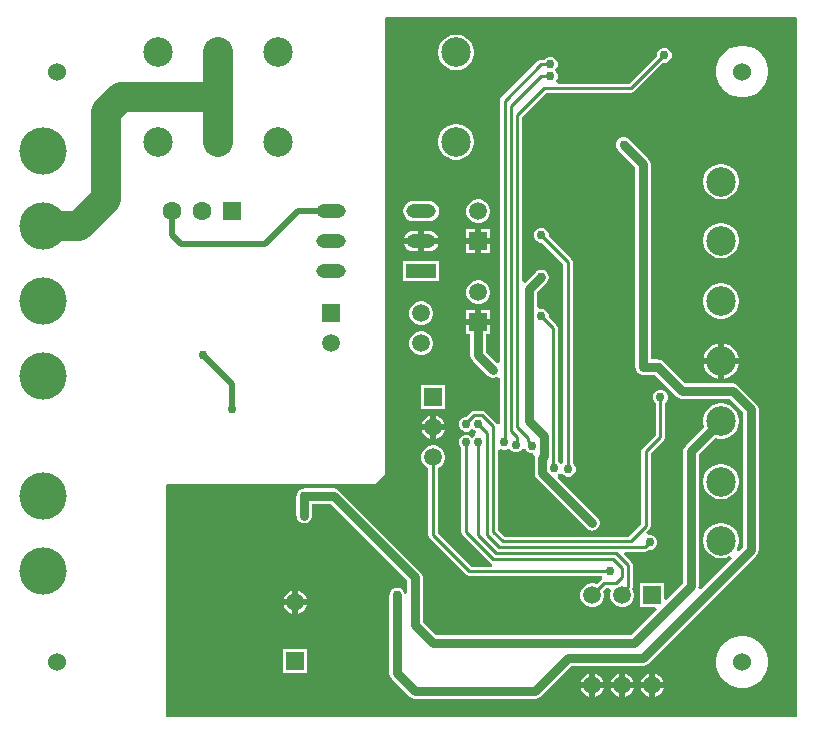
<source format=gbl>
%FSDAX24Y24*%
%MOIN*%
%SFA1B1*%

%IPPOS*%
%ADD14C,0.010000*%
%ADD75C,0.030000*%
%ADD76C,0.020000*%
%ADD78C,0.040000*%
%ADD80C,0.100000*%
%ADD84C,0.098400*%
%ADD85C,0.059100*%
%ADD86R,0.059100X0.059100*%
%ADD87O,0.098400X0.047200*%
%ADD88R,0.098400X0.047200*%
%ADD89R,0.059100X0.059100*%
%ADD90C,0.063000*%
%ADD91R,0.063000X0.063000*%
%ADD92C,0.059100*%
%ADD93C,0.157500*%
%ADD94C,0.060000*%
%ADD95C,0.030000*%
%ADD100C,0.005000*%
%ADD101C,0.080000*%
%ADD102C,0.160000*%
%ADD103C,0.320000*%
%LNde-260924-1*%
%LPD*%
G54D100*
X040767Y019076D02*
X019798D01*
Y026773*
X026783*
X027098Y027087*
Y042342*
X040767*
Y019076*
G54D14*
X040717Y019126D02*
X019848D01*
Y026723*
X026804*
X027148Y027066*
Y042292*
X040717*
Y019126*
G54D76*
X040617Y019226D02*
X019948D01*
Y026623*
X026845*
X027248Y027025*
Y042192*
X040617*
Y019226*
G54D78*
X040417Y019426D02*
X020148D01*
Y026423*
X026928*
X027448Y026942*
Y041992*
X040417*
Y019426*
G54D101*
X040017Y019826D02*
X020548D01*
Y026023*
X027093*
X027848Y026776*
Y041592*
X040017*
Y019826*
G54D102*
X039217Y020626D02*
X021348D01*
Y025223*
X027425*
X028648Y026445*
Y040792*
X039217*
Y020626*
G54D103*
X037617Y022226D02*
X022948D01*
Y023623*
X028087*
X030248Y025782*
Y039192*
X037617*
Y022226*
X024550Y022240D02*
Y023030D01*
X027750Y022240D02*
Y023030D01*
X030950Y022240D02*
Y039190D01*
X034150Y022240D02*
Y039190D01*
X037350Y022240D02*
Y039190D01*
%LNde-260924-2*%
%LPC*%
G36*
X029500Y041778D02*
X029383D01*
X029269Y041755*
X029161Y041711*
X029064Y041646*
X028982Y041563*
X028917Y041466*
X028872Y041359*
X028850Y041244*
Y041128*
X028872Y041013*
X028917Y040905*
X028982Y040808*
X029064Y040726*
X029161Y040661*
X029269Y040616*
X029383Y040594*
X029500*
X029614Y040616*
X029722Y040661*
X029819Y040726*
X029902Y040808*
X029966Y040905*
X030011Y041013*
X030034Y041128*
Y041244*
X030011Y041359*
X029966Y041466*
X029902Y041563*
X029819Y041646*
X029722Y041711*
X029614Y041755*
X029500Y041778*
G37*
G36*
X036423Y041348D02*
X036323D01*
X036232Y041310*
X036161Y041239*
X036123Y041147*
Y041064*
X035210Y040151*
X032821*
X032780Y040251*
X032785Y040256*
X032823Y040348*
Y040447*
X032785Y040539*
X032727Y040598*
X032785Y040656*
X032823Y040748*
Y040847*
X032785Y040939*
X032715Y041010*
X032623Y041048*
X032524*
X032432Y041010*
X032373Y040951*
X032273*
X032215Y040939*
X032165Y040906*
X030948Y039688*
X030914Y039639*
X030903Y039580*
Y030870*
X030803Y030829*
X030428Y031203*
Y031802*
X030568*
Y032098*
X030173*
X029778*
Y031802*
X029918*
Y031098*
X029938Y031000*
X029993Y030917*
X030493Y030417*
X030576Y030362*
X030673Y030343*
X030771Y030362*
X030803Y030384*
X030903Y030330*
Y028815*
X030886Y028808*
X030803Y028798*
X030781Y028830*
X030406Y029206*
X030356Y029239*
X030297Y029251*
X030049*
X029990Y029239*
X029941Y029206*
X029783Y029048*
X029723*
X029632Y029010*
X029561Y028939*
X029523Y028847*
Y028748*
X029561Y028656*
X029632Y028586*
X029723Y028548*
X029823*
X029915Y028586*
X029973Y028644*
X030032Y028586*
X030102Y028556*
X030113Y028543*
X030114Y028535*
X030077Y028428*
X030032Y028410*
X029973Y028351*
X029915Y028410*
X029823Y028448*
X029723*
X029632Y028410*
X029561Y028339*
X029523Y028247*
Y028148*
X029561Y028056*
X029620Y027997*
Y025198*
X029632Y025139*
X029665Y025089*
X030565Y024189*
X030615Y024156*
X030644Y024151*
X030634Y024051*
X029937*
X028826Y025161*
Y027330*
X028916Y027381*
X028990Y027455*
X029042Y027545*
X029069Y027646*
Y027750*
X029042Y027850*
X028990Y027940*
X028916Y028014*
X028826Y028066*
X028725Y028093*
X028621*
X028521Y028066*
X028431Y028014*
X028357Y027940*
X028305Y027850*
X028278Y027750*
Y027646*
X028305Y027545*
X028357Y027455*
X028431Y027381*
X028520Y027330*
Y025098*
X028532Y025039*
X028565Y024989*
X029765Y023789*
X029815Y023756*
X029873Y023745*
X034290*
X034294Y023736*
X034315Y023639*
X034265Y023606*
X034125Y023466*
X034025Y023493*
X033921*
X033821Y023466*
X033731Y023414*
X033657Y023340*
X033605Y023250*
X033578Y023150*
Y023046*
X033605Y022945*
X033657Y022855*
X033731Y022781*
X033821Y022729*
X033921Y022702*
X034025*
X034126Y022729*
X034216Y022781*
X034290Y022855*
X034342Y022945*
X034369Y023046*
Y023150*
X034342Y023250*
X034437Y023345*
X034544*
X034604Y023251*
X034603Y023245*
X034578Y023150*
Y023046*
X034605Y022945*
X034657Y022855*
X034731Y022781*
X034821Y022729*
X034921Y022702*
X035025*
X035126Y022729*
X035216Y022781*
X035290Y022855*
X035342Y022945*
X035368Y023046*
Y023150*
X035342Y023250*
X035307Y023310*
X035315Y023321*
X035326Y023380*
Y024098*
X035315Y024156*
X035281Y024206*
X035035Y024452*
X035073Y024545*
X035735*
X035793Y024556*
X035843Y024589*
X035866Y024613*
X035949*
X036041Y024651*
X036112Y024721*
X036150Y024813*
Y024912*
X036112Y025004*
X036041Y025075*
X035949Y025113*
X035850*
X035843Y025110*
X035786Y025195*
X035881Y025289*
X035915Y025339*
X035926Y025398*
Y027834*
X036361Y028269*
X036394Y028319*
X036406Y028377*
Y029498*
X036465Y029557*
X036503Y029648*
Y029748*
X036465Y029840*
X036395Y029910*
X036303Y029948*
X036203*
X036111Y029910*
X036041Y029840*
X036003Y029748*
Y029648*
X036041Y029557*
X036100Y029498*
Y028441*
X035665Y028006*
X035632Y027956*
X035620Y027898*
Y025461*
X035210Y025051*
X031053*
X030826Y025277*
Y027925*
X030854Y027947*
X030926Y027979*
X030995Y027951*
X031095*
X031187Y027989*
X031209Y027984*
X031218Y027962*
X031288Y027892*
X031380Y027854*
X031480*
X031572Y027892*
X031642Y027962*
X031648Y027977*
X031756*
X031774Y027935*
X031844Y027865*
X031936Y027826*
X031995*
X032017Y027809*
X032063Y027749*
X032068Y027734*
X032055Y027667*
Y027168*
X032074Y027071*
X032129Y026988*
X033793Y025325*
X033814Y025311*
X033832Y025293*
X033855Y025283*
X033876Y025269*
X033900Y025264*
X033923Y025255*
X033949*
X033973Y025250*
X033998Y025255*
X034023*
X034046Y025264*
X034071Y025269*
X034092Y025283*
X034115Y025293*
X034133Y025311*
X034153Y025325*
X034167Y025345*
X034185Y025363*
X034195Y025386*
X034209Y025407*
X034214Y025432*
X034223Y025455*
Y025480*
X034228Y025505*
X034223Y025529*
Y025555*
X034214Y025578*
X034209Y025602*
X034195Y025623*
X034185Y025646*
X034167Y025664*
X034153Y025685*
X032832Y027006*
X032851Y027122*
X032862Y027133*
X032960Y027156*
X032989Y027129*
X033032Y027086*
X033124Y027048*
X033223*
X033315Y027086*
X033385Y027156*
X033423Y027248*
Y027347*
X033385Y027439*
X033326Y027498*
Y034198*
X033315Y034256*
X033281Y034306*
X032521Y035066*
Y035147*
X032483Y035239*
X032413Y035310*
X032321Y035348*
X032222*
X032130Y035310*
X032059Y035239*
X032021Y035147*
Y035048*
X032059Y034956*
X032130Y034886*
X032222Y034848*
X032307*
X033020Y034134*
Y027498*
X032923Y027476*
X032894Y027503*
X032851Y027546*
X032826Y027556*
Y031998*
X032815Y032056*
X032781Y032106*
X032523Y032364*
Y032447*
X032485Y032539*
X032415Y032610*
X032323Y032648*
X032223*
X032128Y032716*
Y033192*
X032453Y033517*
X032467Y033538*
X032485Y033556*
X032495Y033579*
X032509Y033600*
X032514Y033625*
X032523Y033648*
Y033673*
X032528Y033698*
X032523Y033722*
Y033747*
X032514Y033771*
X032509Y033795*
X032495Y033816*
X032485Y033839*
X032467Y033857*
X032453Y033878*
X032433Y033892*
X032415Y033910*
X032392Y033919*
X032371Y033933*
X032346Y033938*
X032323Y033948*
X032298*
X032273Y033953*
X032249Y033948*
X032223*
X032200Y033938*
X032176Y033933*
X032155Y033919*
X032132Y033910*
X032114Y033892*
X032093Y033878*
X031726Y033511*
X031626Y033552*
Y039034*
X032437Y039845*
X035273*
X035332Y039856*
X035381Y039889*
X036340Y040848*
X036423*
X036515Y040886*
X036585Y040956*
X036623Y041048*
Y041147*
X036585Y041239*
X036515Y041310*
X036423Y041348*
G37*
G36*
X039062Y041417D02*
X038891D01*
X038724Y041384*
X038566Y041319*
X038424Y041224*
X038304Y041103*
X038209Y040961*
X038144Y040804*
X038110Y040636*
Y040466*
X038144Y040299*
X038209Y040141*
X038304Y039999*
X038424Y039878*
X038566Y039784*
X038724Y039718*
X038891Y039685*
X039062*
X039229Y039718*
X039387Y039784*
X039529Y039878*
X039649Y039999*
X039744Y040141*
X039809Y040299*
X039843Y040466*
Y040636*
X039809Y040804*
X039744Y040961*
X039649Y041103*
X039529Y041224*
X039387Y041319*
X039229Y041384*
X039062Y041417*
G37*
G36*
X029500Y038802D02*
X029383D01*
X029269Y038779*
X029161Y038734*
X029064Y038669*
X028982Y038587*
X028917Y038490*
X028872Y038382*
X028850Y038268*
Y038151*
X028872Y038037*
X028917Y037929*
X028982Y037832*
X029064Y037750*
X029161Y037685*
X029269Y037640*
X029383Y037617*
X029500*
X029614Y037640*
X029722Y037685*
X029819Y037750*
X029902Y037832*
X029966Y037929*
X030011Y038037*
X030034Y038151*
Y038268*
X030011Y038382*
X029966Y038490*
X029902Y038587*
X029819Y038669*
X029722Y038734*
X029614Y038779*
X029500Y038802*
G37*
G36*
X038332Y037474D02*
X038215D01*
X038101Y037451*
X037993Y037407*
X037896Y037342*
X037813Y037259*
X037748Y037162*
X037704Y037055*
X037681Y036940*
Y036824*
X037704Y036709*
X037748Y036601*
X037813Y036504*
X037896Y036422*
X037993Y036357*
X038101Y036313*
X038215Y036290*
X038332*
X038446Y036313*
X038554Y036357*
X038651Y036422*
X038733Y036504*
X038798Y036601*
X038843Y036709*
X038865Y036824*
Y036940*
X038843Y037055*
X038798Y037162*
X038733Y037259*
X038651Y037342*
X038554Y037407*
X038446Y037451*
X038332Y037474*
G37*
G36*
X028529Y036237D02*
X028017D01*
X027930Y036225*
X027848Y036191*
X027778Y036137*
X027724Y036067*
X027690Y035985*
X027678Y035898*
X027690Y035810*
X027724Y035728*
X027778Y035658*
X027848Y035604*
X027930Y035570*
X028017Y035559*
X028529*
X028617Y035570*
X028699Y035604*
X028769Y035658*
X028823Y035728*
X028857Y035810*
X028868Y035898*
X028857Y035985*
X028823Y036067*
X028769Y036137*
X028699Y036191*
X028617Y036225*
X028529Y036237*
G37*
G36*
X030225Y036293D02*
X030121D01*
X030021Y036266*
X029931Y036214*
X029857Y036140*
X029805Y036050*
X029778Y035950*
Y035846*
X029805Y035745*
X029857Y035655*
X029931Y035581*
X030021Y035529*
X030121Y035502*
X030225*
X030326Y035529*
X030416Y035581*
X030490Y035655*
X030542Y035745*
X030568Y035846*
Y035950*
X030542Y036050*
X030490Y036140*
X030416Y036214*
X030326Y036266*
X030225Y036293*
G37*
G36*
X028529Y035237D02*
X028373D01*
Y034998*
X028852*
X028823Y035067*
X028769Y035137*
X028699Y035191*
X028617Y035225*
X028529Y035237*
G37*
G36*
X028173D02*
X028017D01*
X027930Y035225*
X027848Y035191*
X027778Y035137*
X027724Y035067*
X027695Y034998*
X028173*
Y035237*
G37*
G36*
X030568Y035293D02*
X030273D01*
Y034998*
X030568*
Y035293*
G37*
G36*
X030073D02*
X029778D01*
Y034998*
X030073*
Y035293*
G37*
G36*
X028852Y034798D02*
X028373D01*
Y034559*
X028529*
X028617Y034570*
X028699Y034604*
X028769Y034658*
X028823Y034728*
X028852Y034798*
G37*
G36*
X028173D02*
X027695D01*
X027724Y034728*
X027778Y034658*
X027848Y034604*
X027930Y034570*
X028017Y034559*
X028173*
Y034798*
G37*
G36*
X030568D02*
X030273D01*
Y034502*
X030568*
Y034798*
G37*
G36*
X030073D02*
X029778D01*
Y034502*
X030073*
Y034798*
G37*
G36*
X038332Y035506D02*
X038215D01*
X038101Y035483*
X037993Y035438*
X037896Y035373*
X037813Y035291*
X037748Y035194*
X037704Y035086*
X037681Y034972*
Y034855*
X037704Y034741*
X037748Y034633*
X037813Y034536*
X037896Y034453*
X037993Y034389*
X038101Y034344*
X038215Y034321*
X038332*
X038446Y034344*
X038554Y034389*
X038651Y034453*
X038733Y034536*
X038798Y034633*
X038843Y034741*
X038865Y034855*
Y034972*
X038843Y035086*
X038798Y035194*
X038733Y035291*
X038651Y035373*
X038554Y035438*
X038446Y035483*
X038332Y035506*
G37*
G36*
X028865Y034234D02*
X027681D01*
Y033561*
X028865*
Y034234*
G37*
G36*
X030225Y033593D02*
X030121D01*
X030021Y033566*
X029931Y033514*
X029857Y033440*
X029805Y033350*
X029778Y033250*
Y033146*
X029805Y033045*
X029857Y032955*
X029931Y032881*
X030021Y032829*
X030121Y032802*
X030225*
X030326Y032829*
X030416Y032881*
X030490Y032955*
X030542Y033045*
X030568Y033146*
Y033250*
X030542Y033350*
X030490Y033440*
X030416Y033514*
X030326Y033566*
X030225Y033593*
G37*
G36*
X038332Y033490D02*
X038215D01*
X038101Y033467*
X037993Y033422*
X037896Y033358*
X037813Y033275*
X037748Y033178*
X037704Y033070*
X037681Y032956*
Y032839*
X037704Y032725*
X037748Y032617*
X037813Y032520*
X037896Y032438*
X037993Y032373*
X038101Y032328*
X038215Y032306*
X038332*
X038446Y032328*
X038554Y032373*
X038651Y032438*
X038733Y032520*
X038798Y032617*
X038843Y032725*
X038865Y032839*
Y032956*
X038843Y033070*
X038798Y033178*
X038733Y033275*
X038651Y033358*
X038554Y033422*
X038446Y033467*
X038332Y033490*
G37*
G36*
X030568Y032593D02*
X030273D01*
Y032298*
X030568*
Y032593*
G37*
G36*
X030073D02*
X029778D01*
Y032298*
X030073*
Y032593*
G37*
G36*
X028325Y032893D02*
X028221D01*
X028121Y032866*
X028031Y032814*
X027957Y032740*
X027905Y032650*
X027878Y032550*
Y032446*
X027905Y032345*
X027957Y032255*
X028031Y032181*
X028121Y032129*
X028221Y032102*
X028325*
X028426Y032129*
X028516Y032181*
X028590Y032255*
X028642Y032345*
X028668Y032446*
Y032550*
X028642Y032650*
X028590Y032740*
X028516Y032814*
X028426Y032866*
X028325Y032893*
G37*
G36*
Y031893D02*
X028221D01*
X028121Y031866*
X028031Y031814*
X027957Y031740*
X027905Y031650*
X027878Y031550*
Y031446*
X027905Y031345*
X027957Y031255*
X028031Y031181*
X028121Y031129*
X028221Y031102*
X028325*
X028426Y031129*
X028516Y031181*
X028590Y031255*
X028642Y031345*
X028668Y031446*
Y031550*
X028642Y031650*
X028590Y031740*
X028516Y031814*
X028426Y031866*
X028325Y031893*
G37*
G36*
X038373Y031481D02*
Y030998D01*
X038857*
X038843Y031070*
X038798Y031178*
X038733Y031275*
X038651Y031358*
X038554Y031422*
X038446Y031467*
X038373Y031481*
G37*
G36*
X038173D02*
X038101Y031467D01*
X037993Y031422*
X037896Y031358*
X037813Y031275*
X037748Y031178*
X037704Y031070*
X037689Y030998*
X038173*
Y031481*
G37*
G36*
X038857Y030798D02*
X038373D01*
Y030314*
X038446Y030328*
X038554Y030373*
X038651Y030438*
X038733Y030520*
X038798Y030617*
X038843Y030725*
X038857Y030798*
G37*
G36*
X038173D02*
X037689D01*
X037704Y030725*
X037748Y030617*
X037813Y030520*
X037896Y030438*
X037993Y030373*
X038101Y030328*
X038173Y030314*
Y030798*
G37*
G36*
X029069Y030093D02*
X028278D01*
Y029302*
X029069*
Y030093*
G37*
G36*
X028773Y029080D02*
Y028798D01*
X029056*
X029042Y028850*
X028990Y028940*
X028916Y029014*
X028826Y029066*
X028773Y029080*
G37*
G36*
X028573D02*
X028521Y029066D01*
X028431Y029014*
X028357Y028940*
X028305Y028850*
X028291Y028798*
X028573*
Y029080*
G37*
G36*
X029056Y028598D02*
X028773D01*
Y028315*
X028826Y028329*
X028916Y028381*
X028990Y028455*
X029042Y028545*
X029056Y028598*
G37*
G36*
X028573D02*
X028291D01*
X028305Y028545*
X028357Y028455*
X028431Y028381*
X028521Y028329*
X028573Y028315*
Y028598*
G37*
G36*
X035023Y038369D02*
X034998Y038364D01*
X034973*
X034950Y038354*
X034926Y038349*
X034905Y038335*
X034881Y038326*
X034864Y038308*
X034843Y038294*
X034829Y038273*
X034811Y038255*
X034802Y038232*
X034788Y038211*
X034783Y038187*
X034773Y038164*
Y038138*
X034768Y038114*
X034773Y038089*
Y038064*
X034783Y038041*
X034788Y038016*
X034802Y037995*
X034811Y037972*
X034829Y037954*
X034843Y037934*
X035418Y037358*
Y030698*
X035423Y030673*
Y030648*
X035433Y030625*
X035438Y030600*
X035452Y030579*
X035461Y030556*
X035479Y030538*
X035493Y030517*
X035514Y030503*
X035532Y030486*
X035555Y030476*
X035576Y030462*
X035600Y030457*
X035624Y030448*
X035649*
X035673Y030443*
X036068*
X036793Y029717*
X036876Y029662*
X036973Y029643*
X038568*
X039018Y029192*
Y024703*
X038858Y024543*
X038781Y024607*
X038798Y024633*
X038843Y024741*
X038865Y024855*
Y024972*
X038843Y025086*
X038798Y025194*
X038733Y025291*
X038651Y025373*
X038554Y025438*
X038446Y025483*
X038332Y025506*
X038215*
X038101Y025483*
X037993Y025438*
X037896Y025373*
X037813Y025291*
X037748Y025194*
X037704Y025086*
X037681Y024972*
Y024855*
X037704Y024741*
X037748Y024633*
X037813Y024536*
X037896Y024453*
X037993Y024389*
X038101Y024344*
X038215Y024321*
X038332*
X038446Y024344*
X038554Y024389*
X038580Y024406*
X038643Y024328*
X037610Y023294*
X037517Y023344*
X037528Y023398*
Y027792*
X038075Y028339*
X038101Y028328*
X038215Y028306*
X038332*
X038446Y028328*
X038554Y028373*
X038651Y028438*
X038733Y028520*
X038798Y028617*
X038843Y028725*
X038865Y028839*
Y028956*
X038843Y029070*
X038798Y029178*
X038733Y029275*
X038651Y029358*
X038554Y029422*
X038446Y029467*
X038332Y029490*
X038215*
X038101Y029467*
X037993Y029422*
X037896Y029358*
X037813Y029275*
X037748Y029178*
X037704Y029070*
X037681Y028956*
Y028839*
X037704Y028725*
X037714Y028699*
X037093Y028078*
X037038Y027995*
X037018Y027898*
Y023503*
X036461Y022946*
X036369Y022984*
Y023493*
X035578*
Y022702*
X036087*
X036125Y022610*
X035268Y021753*
X028779*
X028328Y022203*
Y023698*
X028309Y023795*
X028253Y023878*
X025553Y026578*
X025471Y026633*
X025373Y026653*
X024373*
X024349Y026648*
X024323*
X024300Y026638*
X024276Y026633*
X024255Y026619*
X024232Y026610*
X024214Y026592*
X024193Y026578*
X024179Y026557*
X024161Y026539*
X024152Y026516*
X024138Y026495*
X024133Y026471*
X024123Y026447*
Y026422*
X024118Y026398*
Y025748*
X024123Y025723*
Y025698*
X024133Y025675*
X024138Y025650*
X024152Y025629*
X024161Y025606*
X024179Y025588*
X024193Y025567*
X024214Y025553*
X024232Y025536*
X024255Y025526*
X024276Y025512*
X024300Y025507*
X024323Y025498*
X024349*
X024373Y025493*
X024398Y025498*
X024423*
X024446Y025507*
X024471Y025512*
X024492Y025526*
X024515Y025536*
X024533Y025553*
X024553Y025567*
X024567Y025588*
X024585Y025606*
X024595Y025629*
X024609Y025650*
X024614Y025675*
X024623Y025698*
Y025723*
X024628Y025748*
Y026143*
X025268*
X027818Y023592*
Y023159*
X027723Y023147*
X027714Y023171*
X027709Y023195*
X027695Y023216*
X027685Y023239*
X027667Y023257*
X027653Y023278*
X027633Y023292*
X027615Y023310*
X027592Y023319*
X027571Y023333*
X027546Y023338*
X027523Y023348*
X027498*
X027473Y023353*
X027449Y023348*
X027424*
X027400Y023338*
X027376Y023333*
X027355Y023319*
X027332Y023310*
X027314Y023292*
X027293Y023278*
X027279Y023257*
X027261Y023239*
X027252Y023216*
X027238Y023195*
X027233Y023171*
X027223Y023147*
Y023122*
X027218Y023098*
Y020498*
X027238Y020400*
X027293Y020317*
X027893Y019717*
X027976Y019662*
X028073Y019643*
X032073*
X032098Y019648*
X032123*
X032146Y019657*
X032171Y019662*
X032192Y019676*
X032215Y019686*
X032233Y019703*
X032253Y019717*
X033279Y020743*
X035673*
X035771Y020762*
X035853Y020817*
X039453Y024417*
X039509Y024500*
X039528Y024598*
Y029298*
X039509Y029395*
X039453Y029478*
X038853Y030078*
X038771Y030133*
X038673Y030153*
X037079*
X036353Y030878*
X036333Y030892*
X036315Y030910*
X036292Y030919*
X036271Y030933*
X036246Y030938*
X036223Y030948*
X036198*
X036173Y030953*
X035928*
Y037464*
X035909Y037561*
X035853Y037644*
X035203Y038294*
X035182Y038308*
X035165Y038326*
X035142Y038335*
X035121Y038349*
X035096Y038354*
X035073Y038364*
X035048*
X035023Y038369*
G37*
G36*
X038332Y027474D02*
X038215D01*
X038101Y027451*
X037993Y027407*
X037896Y027342*
X037813Y027259*
X037748Y027162*
X037704Y027055*
X037681Y026940*
Y026824*
X037704Y026709*
X037748Y026601*
X037813Y026504*
X037896Y026422*
X037993Y026357*
X038101Y026313*
X038215Y026290*
X038332*
X038446Y026313*
X038554Y026357*
X038651Y026422*
X038733Y026504*
X038798Y026601*
X038843Y026709*
X038865Y026824*
Y026940*
X038843Y027055*
X038798Y027162*
X038733Y027259*
X038651Y027342*
X038554Y027407*
X038446Y027451*
X038332Y027474*
G37*
G36*
X024173Y023249D02*
Y022966D01*
X024456*
X024442Y023019*
X024390Y023109*
X024316Y023182*
X024226Y023234*
X024173Y023249*
G37*
G36*
X023973D02*
X023921Y023234D01*
X023831Y023182*
X023757Y023109*
X023705Y023019*
X023691Y022966*
X023973*
Y023249*
G37*
G36*
X024456Y022766D02*
X024173D01*
Y022484*
X024226Y022498*
X024316Y022550*
X024390Y022623*
X024442Y022714*
X024456Y022766*
G37*
G36*
X023973D02*
X023691D01*
X023705Y022714*
X023757Y022623*
X023831Y022550*
X023921Y022498*
X023973Y022484*
Y022766*
G37*
G36*
X024469Y021293D02*
X023678D01*
Y020502*
X024469*
Y021293*
G37*
G36*
X036073Y020480D02*
Y020198D01*
X036356*
X036342Y020250*
X036290Y020340*
X036216Y020414*
X036126Y020466*
X036073Y020480*
G37*
G36*
X035073D02*
Y020198D01*
X035356*
X035342Y020250*
X035290Y020340*
X035216Y020414*
X035126Y020466*
X035073Y020480*
G37*
G36*
X034073D02*
Y020198D01*
X034356*
X034342Y020250*
X034290Y020340*
X034216Y020414*
X034126Y020466*
X034073Y020480*
G37*
G36*
X035873D02*
X035821Y020466D01*
X035731Y020414*
X035657Y020340*
X035605Y020250*
X035591Y020198*
X035873*
Y020480*
G37*
G36*
X034873D02*
X034821Y020466D01*
X034731Y020414*
X034657Y020340*
X034605Y020250*
X034591Y020198*
X034873*
Y020480*
G37*
G36*
X033873D02*
X033821Y020466D01*
X033731Y020414*
X033657Y020340*
X033605Y020250*
X033591Y020198*
X033873*
Y020480*
G37*
G36*
X039062Y021732D02*
X038891D01*
X038724Y021699*
X038566Y021634*
X038424Y021539*
X038304Y021418*
X038209Y021276*
X038144Y021119*
X038110Y020951*
Y020781*
X038144Y020614*
X038209Y020456*
X038304Y020314*
X038424Y020193*
X038566Y020099*
X038724Y020033*
X038891Y020000*
X039062*
X039229Y020033*
X039387Y020099*
X039529Y020193*
X039649Y020314*
X039744Y020456*
X039809Y020614*
X039843Y020781*
Y020951*
X039809Y021119*
X039744Y021276*
X039649Y021418*
X039529Y021539*
X039387Y021634*
X039229Y021699*
X039062Y021732*
G37*
G36*
X036356Y019998D02*
X036073D01*
Y019715*
X036126Y019729*
X036216Y019781*
X036290Y019855*
X036342Y019945*
X036356Y019998*
G37*
G36*
X035356D02*
X035073D01*
Y019715*
X035126Y019729*
X035216Y019781*
X035290Y019855*
X035342Y019945*
X035356Y019998*
G37*
G36*
X034356D02*
X034073D01*
Y019715*
X034126Y019729*
X034216Y019781*
X034290Y019855*
X034342Y019945*
X034356Y019998*
G37*
G36*
X035873D02*
X035591D01*
X035605Y019945*
X035657Y019855*
X035731Y019781*
X035821Y019729*
X035873Y019715*
Y019998*
G37*
G36*
X034873D02*
X034591D01*
X034605Y019945*
X034657Y019855*
X034731Y019781*
X034821Y019729*
X034873Y019715*
Y019998*
G37*
G36*
X033873D02*
X033591D01*
X033605Y019945*
X033657Y019855*
X033731Y019781*
X033821Y019729*
X033873Y019715*
Y019998*
G37*
%LNde-260924-3*%
%LPD*%
G54D14*
X034773Y024498D02*
X035173Y024098D01*
X030173Y025107D02*
X030782Y024498D01*
X034773*
X034673Y024298D02*
X034973Y023998D01*
X030673Y024298D02*
X034673D01*
X029773Y025198D02*
X030673Y024298D01*
X035735Y024698D02*
X035900Y024863D01*
X030473Y025098D02*
X030873Y024698D01*
X035735*
X030673Y025214D02*
X030990Y024898D01*
X035273D02*
X035773Y025398D01*
X030990Y024898D02*
X035273D01*
X035173Y023380D02*
Y024098D01*
X034973Y023180D02*
X035173Y023380D01*
X030673Y025214D02*
Y028722D01*
X029773Y025198D02*
Y028198D01*
X030473Y025098D02*
Y028498D01*
X031473Y028698D02*
X031835Y028336D01*
X031473Y039098D02*
X032373Y039998D01*
X031473Y028698D02*
Y039098D01*
X031273Y028576D02*
X031473Y028376D01*
Y028243D02*
Y028376D01*
X031430Y028104D02*
X031468Y028142D01*
X031056Y028211D02*
Y039580D01*
X031468Y028142D02*
Y028238D01*
X031273Y039398D02*
X032273Y040398D01*
X031273Y028576D02*
Y039398D01*
X031468Y028238D02*
X031473Y028243D01*
X031045Y028201D02*
X031056Y028211D01*
Y039580D02*
X032273Y040798D01*
X031835Y028236D02*
X031986Y028085D01*
X031835Y028236D02*
Y028336D01*
X031986Y028077D02*
Y028085D01*
X032673Y027371D02*
Y031998D01*
Y027371D02*
X032710Y027334D01*
X032273Y032398D02*
X032673Y031998D01*
X032273Y035098D02*
X033173Y034198D01*
Y027298D02*
Y034198D01*
X032271Y035098D02*
X032273D01*
X036253Y028377D02*
Y029698D01*
X035773Y027898D02*
X036253Y028377D01*
X035773Y025398D02*
Y027898D01*
X030297Y029098D02*
X030673Y028722D01*
X029773Y028798D02*
Y028822D01*
X030049Y029098*
X030297*
X030173Y025107D02*
Y028198D01*
Y028798D02*
X030473Y028498D01*
X034973Y023098D02*
Y023180D01*
X029873Y023898D02*
X034573D01*
X034973Y023698D02*
Y023998D01*
X034773Y023498D02*
X034973Y023698D01*
X034373Y023498D02*
X034773D01*
X033973Y023098D02*
X034373Y023498D01*
X028673Y025098D02*
Y027698D01*
Y025098D02*
X029873Y023898D01*
X032273Y040798D02*
X032573D01*
X032273Y040398D02*
X032573D01*
X032373Y039998D02*
X035273D01*
X036373Y041098*
G54D75*
X035673Y030698D02*
X036173D01*
X035023Y038114D02*
X035673Y037464D01*
Y030698D02*
Y037464D01*
X036173Y030698D02*
X036973Y029898D01*
X032310Y027168D02*
Y027667D01*
X031873Y028898D02*
X032386Y028385D01*
X032310Y027667D02*
X032386Y027743D01*
Y028385*
X032310Y027168D02*
X033973Y025505D01*
X031873Y028898D02*
Y029098D01*
X030173Y031098D02*
X030673Y030598D01*
X030173Y031098D02*
Y032198D01*
X032073Y019898D02*
X033173Y020998D01*
X035673*
X035373Y021498D02*
X037273Y023398D01*
X028073Y022098D02*
X028673Y021498D01*
X035373*
X024373Y025748D02*
Y026398D01*
X025373*
X028073Y023698*
Y022098D02*
Y023698D01*
X037273Y023398D02*
Y027898D01*
X038273Y028898*
X039273Y024598D02*
Y029298D01*
X035673Y020998D02*
X039273Y024598D01*
X038673Y029898D02*
X039273Y029298D01*
X036973Y029898D02*
X038673D01*
X027473Y020498D02*
Y023098D01*
Y020498D02*
X028073Y019898D01*
X032073*
X031873Y029098D02*
Y033298D01*
X032273Y033698*
G54D76*
X021973Y029298D02*
Y030138D01*
X021016Y031095D02*
X021973Y030138D01*
X019973Y035098D02*
X020273Y034798D01*
X019973Y035098D02*
Y035898D01*
X020273Y034798D02*
X023073D01*
X024173Y035898*
X025273*
G54D80*
X021505Y039698D02*
Y041186D01*
Y038209D02*
Y039698D01*
X018273D02*
X021505D01*
X017773Y039198D02*
X018273Y039698D01*
X017773Y036298D02*
Y039198D01*
X015673Y035398D02*
X016873D01*
X017773Y036298*
G54D84*
X038273Y032898D03*
Y030898D03*
Y028898D03*
Y034913D03*
Y036882D03*
Y024913D03*
Y026882D03*
X019520Y041186D03*
X021505D03*
X023489D03*
X019520Y038209D03*
X021505D03*
X023489D03*
X029442Y041186D03*
Y038209D03*
G54D85*
X028273Y031498D03*
Y032498D03*
X025273Y031498D03*
X030173Y033198D03*
X034973Y023098D03*
X033973D03*
X035973Y020098D03*
X034973D03*
X033973D03*
X030173Y035898D03*
X028673Y028698D03*
Y027698D03*
G54D86*
X025273Y032498D03*
G54D87*
X025273Y035898D03*
Y034898D03*
Y033898D03*
X028273Y035898D03*
Y034898D03*
G54D88*
X028273Y033898D03*
G54D89*
X030173Y032198D03*
X035973Y023098D03*
X024073Y020898D03*
X030173Y034898D03*
X028673Y029698D03*
G54D90*
X019973Y035898D03*
X020973D03*
G54D91*
X021973Y035898D03*
G54D92*
X024073Y022866D03*
G54D93*
X015673Y037898D03*
Y035398D03*
Y032898D03*
Y030398D03*
Y023898D03*
Y026398D03*
G54D94*
X038976Y040551D03*
X016142D03*
Y020866D03*
X038976D03*
G54D95*
X035673Y030698D03*
X036173D03*
X031045Y028201D03*
X031430Y028104D03*
X031986Y028077D03*
X032710Y027334D03*
X033173Y027298D03*
X033973Y025505D03*
X030673Y030598D03*
X035023Y038114D03*
X034873Y035998D03*
X032271Y035098D03*
X024373Y026398D03*
Y025748D03*
X032073Y019898D03*
X027473Y023098D03*
X032273Y033698D03*
X031873Y029098D03*
X036253Y029698D03*
X035900Y024863D03*
X030173Y028798D03*
X029773D03*
X034573Y023898D03*
X030173Y028198D03*
X029773D03*
X032273Y032398D03*
X032573Y040798D03*
Y040398D03*
X036373Y041098D03*
X021016Y031095D03*
X021973Y029298D03*
M02*
</source>
